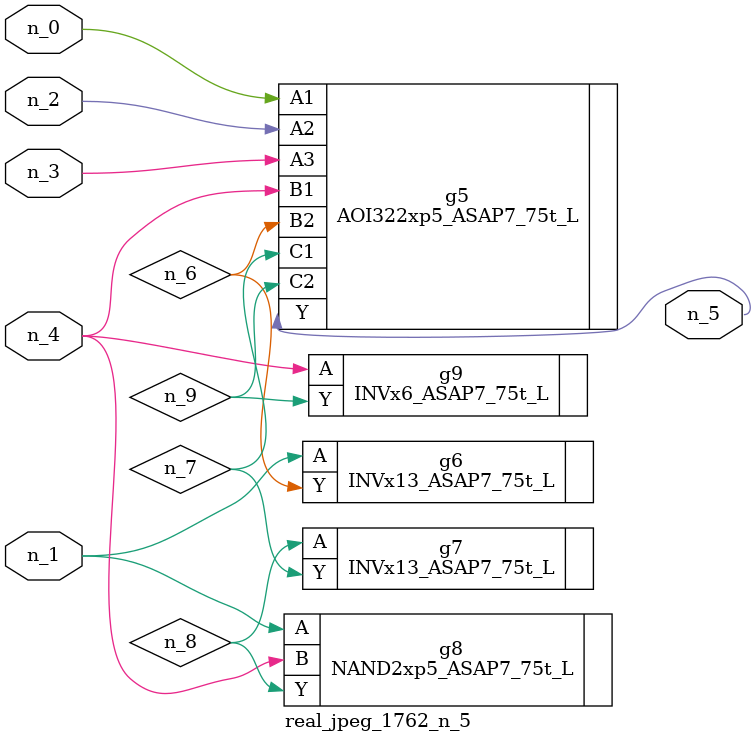
<source format=v>
module real_jpeg_1762_n_5 (n_4, n_0, n_1, n_2, n_3, n_5);

input n_4;
input n_0;
input n_1;
input n_2;
input n_3;

output n_5;

wire n_8;
wire n_6;
wire n_7;
wire n_9;

AOI322xp5_ASAP7_75t_L g5 ( 
.A1(n_0),
.A2(n_2),
.A3(n_3),
.B1(n_4),
.B2(n_6),
.C1(n_7),
.C2(n_9),
.Y(n_5)
);

INVx13_ASAP7_75t_L g6 ( 
.A(n_1),
.Y(n_6)
);

NAND2xp5_ASAP7_75t_L g8 ( 
.A(n_1),
.B(n_4),
.Y(n_8)
);

INVx6_ASAP7_75t_L g9 ( 
.A(n_4),
.Y(n_9)
);

INVx13_ASAP7_75t_L g7 ( 
.A(n_8),
.Y(n_7)
);


endmodule
</source>
